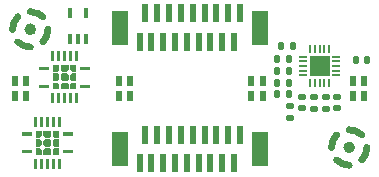
<source format=gbr>
%TF.GenerationSoftware,KiCad,Pcbnew,6.0.8-f2edbf62ab~116~ubuntu22.04.1*%
%TF.CreationDate,2022-11-01T10:45:10+00:00*%
%TF.ProjectId,cleverhand_emg,636c6576-6572-4686-916e-645f656d672e,3.0*%
%TF.SameCoordinates,Original*%
%TF.FileFunction,Paste,Top*%
%TF.FilePolarity,Positive*%
%FSLAX46Y46*%
G04 Gerber Fmt 4.6, Leading zero omitted, Abs format (unit mm)*
G04 Created by KiCad (PCBNEW 6.0.8-f2edbf62ab~116~ubuntu22.04.1) date 2022-11-01 10:45:10*
%MOMM*%
%LPD*%
G01*
G04 APERTURE LIST*
G04 Aperture macros list*
%AMRoundRect*
0 Rectangle with rounded corners*
0 $1 Rounding radius*
0 $2 $3 $4 $5 $6 $7 $8 $9 X,Y pos of 4 corners*
0 Add a 4 corners polygon primitive as box body*
4,1,4,$2,$3,$4,$5,$6,$7,$8,$9,$2,$3,0*
0 Add four circle primitives for the rounded corners*
1,1,$1+$1,$2,$3*
1,1,$1+$1,$4,$5*
1,1,$1+$1,$6,$7*
1,1,$1+$1,$8,$9*
0 Add four rect primitives between the rounded corners*
20,1,$1+$1,$2,$3,$4,$5,0*
20,1,$1+$1,$4,$5,$6,$7,0*
20,1,$1+$1,$6,$7,$8,$9,0*
20,1,$1+$1,$8,$9,$2,$3,0*%
G04 Aperture macros list end*
%ADD10C,0.500000*%
%ADD11C,0.600000*%
%ADD12C,0.100000*%
%ADD13R,0.508000X0.863600*%
%ADD14RoundRect,0.140000X-0.140000X-0.170000X0.140000X-0.170000X0.140000X0.170000X-0.140000X0.170000X0*%
%ADD15RoundRect,0.140000X0.170000X-0.140000X0.170000X0.140000X-0.170000X0.140000X-0.170000X-0.140000X0*%
%ADD16RoundRect,0.135000X-0.185000X0.135000X-0.185000X-0.135000X0.185000X-0.135000X0.185000X0.135000X0*%
%ADD17R,0.304800X0.845299*%
%ADD18R,1.803400X1.803400*%
%ADD19R,0.204000X0.757199*%
%ADD20R,0.757199X0.204000*%
%ADD21R,1.397000X2.895600*%
%ADD22R,0.508000X1.600200*%
%ADD23RoundRect,0.140000X-0.170000X0.140000X-0.170000X-0.140000X0.170000X-0.140000X0.170000X0.140000X0*%
%ADD24RoundRect,0.135000X0.135000X0.185000X-0.135000X0.185000X-0.135000X-0.185000X0.135000X-0.185000X0*%
G04 APERTURE END LIST*
D10*
X144250080Y-95999792D02*
G75*
G03*
X144250080Y-95999792I-250000J0D01*
G01*
X171250000Y-106000000D02*
G75*
G03*
X171250000Y-106000000I-250000J0D01*
G01*
D11*
X142939440Y-97060496D02*
G75*
G03*
X144000040Y-97499896I1060704J1060560D01*
G01*
X142939440Y-94939296D02*
G75*
G03*
X142500040Y-95999896I1060560J-1060704D01*
G01*
X145060640Y-97060496D02*
G75*
G03*
X145500040Y-95999896I-1060560J1060704D01*
G01*
X145060640Y-94939296D02*
G75*
G03*
X144000040Y-94499896I-1060704J-1060560D01*
G01*
X169939440Y-107060496D02*
G75*
G03*
X171000040Y-107499896I1060704J1060560D01*
G01*
X169939440Y-104939296D02*
G75*
G03*
X169500040Y-105999896I1060560J-1060704D01*
G01*
X172060640Y-107060496D02*
G75*
G03*
X172500040Y-105999896I-1060560J1060704D01*
G01*
X172060640Y-104939296D02*
G75*
G03*
X171000040Y-104499896I-1060704J-1060560D01*
G01*
%TO.C,U2*%
G36*
X146366300Y-99857721D02*
G01*
X146366300Y-100162279D01*
X146224879Y-100303700D01*
X145909930Y-100303700D01*
X145909930Y-99716300D01*
X146224879Y-99716300D01*
X146366300Y-99857721D01*
G37*
D12*
X146366300Y-99857721D02*
X146366300Y-100162279D01*
X146224879Y-100303700D01*
X145909930Y-100303700D01*
X145909930Y-99716300D01*
X146224879Y-99716300D01*
X146366300Y-99857721D01*
G36*
X146949154Y-98615141D02*
G01*
X146770846Y-98615141D01*
X146770846Y-97866857D01*
X146949154Y-97866857D01*
X146949154Y-98615141D01*
G37*
X146949154Y-98615141D02*
X146770846Y-98615141D01*
X146770846Y-97866857D01*
X146949154Y-97866857D01*
X146949154Y-98615141D01*
G36*
X145949153Y-102153143D02*
G01*
X145770845Y-102153143D01*
X145770845Y-101404859D01*
X145949153Y-101404859D01*
X145949153Y-102153143D01*
G37*
X145949153Y-102153143D02*
X145770845Y-102153143D01*
X145770845Y-101404859D01*
X145949153Y-101404859D01*
X145949153Y-102153143D01*
G36*
X147949155Y-98615141D02*
G01*
X147770847Y-98615141D01*
X147770847Y-97866857D01*
X147949155Y-97866857D01*
X147949155Y-98615141D01*
G37*
X147949155Y-98615141D02*
X147770847Y-98615141D01*
X147770847Y-97866857D01*
X147949155Y-97866857D01*
X147949155Y-98615141D01*
G36*
X148965142Y-99349153D02*
G01*
X148216858Y-99349153D01*
X148216858Y-99170845D01*
X148965142Y-99170845D01*
X148965142Y-99349153D01*
G37*
X148965142Y-99349153D02*
X148216858Y-99349153D01*
X148216858Y-99170845D01*
X148965142Y-99170845D01*
X148965142Y-99349153D01*
G36*
X147949155Y-102153143D02*
G01*
X147770847Y-102153143D01*
X147770847Y-101404859D01*
X147949155Y-101404859D01*
X147949155Y-102153143D01*
G37*
X147949155Y-102153143D02*
X147770847Y-102153143D01*
X147770847Y-101404859D01*
X147949155Y-101404859D01*
X147949155Y-102153143D01*
G36*
X146366300Y-99374879D02*
G01*
X146224879Y-99516300D01*
X145909930Y-99516300D01*
X145909930Y-99059930D01*
X146366300Y-99059930D01*
X146366300Y-99374879D01*
G37*
X146366300Y-99374879D02*
X146224879Y-99516300D01*
X145909930Y-99516300D01*
X145909930Y-99059930D01*
X146366300Y-99059930D01*
X146366300Y-99374879D01*
G36*
X146449155Y-102153143D02*
G01*
X146270847Y-102153143D01*
X146270847Y-101404859D01*
X146449155Y-101404859D01*
X146449155Y-102153143D01*
G37*
X146449155Y-102153143D02*
X146270847Y-102153143D01*
X146270847Y-101404859D01*
X146449155Y-101404859D01*
X146449155Y-102153143D01*
G36*
X145503142Y-99349153D02*
G01*
X144754858Y-99349153D01*
X144754858Y-99170845D01*
X145503142Y-99170845D01*
X145503142Y-99349153D01*
G37*
X145503142Y-99349153D02*
X144754858Y-99349153D01*
X144754858Y-99170845D01*
X145503142Y-99170845D01*
X145503142Y-99349153D01*
G36*
X147810070Y-100960070D02*
G01*
X147353700Y-100960070D01*
X147353700Y-100645121D01*
X147495121Y-100503700D01*
X147810070Y-100503700D01*
X147810070Y-100960070D01*
G37*
X147810070Y-100960070D02*
X147353700Y-100960070D01*
X147353700Y-100645121D01*
X147495121Y-100503700D01*
X147810070Y-100503700D01*
X147810070Y-100960070D01*
G36*
X145503142Y-100849155D02*
G01*
X144754858Y-100849155D01*
X144754858Y-100670847D01*
X145503142Y-100670847D01*
X145503142Y-100849155D01*
G37*
X145503142Y-100849155D02*
X144754858Y-100849155D01*
X144754858Y-100670847D01*
X145503142Y-100670847D01*
X145503142Y-100849155D01*
G36*
X147153700Y-99374879D02*
G01*
X147012279Y-99516300D01*
X146707721Y-99516300D01*
X146566300Y-99374879D01*
X146566300Y-99059930D01*
X147153700Y-99059930D01*
X147153700Y-99374879D01*
G37*
X147153700Y-99374879D02*
X147012279Y-99516300D01*
X146707721Y-99516300D01*
X146566300Y-99374879D01*
X146566300Y-99059930D01*
X147153700Y-99059930D01*
X147153700Y-99374879D01*
G36*
X145949153Y-98615141D02*
G01*
X145770845Y-98615141D01*
X145770845Y-97866857D01*
X145949153Y-97866857D01*
X145949153Y-98615141D01*
G37*
X145949153Y-98615141D02*
X145770845Y-98615141D01*
X145770845Y-97866857D01*
X145949153Y-97866857D01*
X145949153Y-98615141D01*
G36*
X147449153Y-102153143D02*
G01*
X147270845Y-102153143D01*
X147270845Y-101404859D01*
X147449153Y-101404859D01*
X147449153Y-102153143D01*
G37*
X147449153Y-102153143D02*
X147270845Y-102153143D01*
X147270845Y-101404859D01*
X147449153Y-101404859D01*
X147449153Y-102153143D01*
G36*
X146949154Y-102153143D02*
G01*
X146770846Y-102153143D01*
X146770846Y-101404859D01*
X146949154Y-101404859D01*
X146949154Y-102153143D01*
G37*
X146949154Y-102153143D02*
X146770846Y-102153143D01*
X146770846Y-101404859D01*
X146949154Y-101404859D01*
X146949154Y-102153143D01*
G36*
X147153700Y-100645121D02*
G01*
X147153700Y-100960070D01*
X146566300Y-100960070D01*
X146566300Y-100645121D01*
X146707721Y-100503700D01*
X147012279Y-100503700D01*
X147153700Y-100645121D01*
G37*
X147153700Y-100645121D02*
X147153700Y-100960070D01*
X146566300Y-100960070D01*
X146566300Y-100645121D01*
X146707721Y-100503700D01*
X147012279Y-100503700D01*
X147153700Y-100645121D01*
G36*
X147153700Y-99857721D02*
G01*
X147153700Y-100162279D01*
X147012279Y-100303700D01*
X146707721Y-100303700D01*
X146566300Y-100162279D01*
X146566300Y-99857721D01*
X146707721Y-99716300D01*
X147012279Y-99716300D01*
X147153700Y-99857721D01*
G37*
X147153700Y-99857721D02*
X147153700Y-100162279D01*
X147012279Y-100303700D01*
X146707721Y-100303700D01*
X146566300Y-100162279D01*
X146566300Y-99857721D01*
X146707721Y-99716300D01*
X147012279Y-99716300D01*
X147153700Y-99857721D01*
G36*
X147810070Y-100303700D02*
G01*
X147495121Y-100303700D01*
X147353700Y-100162279D01*
X147353700Y-99857721D01*
X147495121Y-99716300D01*
X147810070Y-99716300D01*
X147810070Y-100303700D01*
G37*
X147810070Y-100303700D02*
X147495121Y-100303700D01*
X147353700Y-100162279D01*
X147353700Y-99857721D01*
X147495121Y-99716300D01*
X147810070Y-99716300D01*
X147810070Y-100303700D01*
G36*
X147810070Y-99516300D02*
G01*
X147495121Y-99516300D01*
X147353700Y-99374879D01*
X147353700Y-99059930D01*
X147810070Y-99059930D01*
X147810070Y-99516300D01*
G37*
X147810070Y-99516300D02*
X147495121Y-99516300D01*
X147353700Y-99374879D01*
X147353700Y-99059930D01*
X147810070Y-99059930D01*
X147810070Y-99516300D01*
G36*
X146449155Y-98615141D02*
G01*
X146270847Y-98615141D01*
X146270847Y-97866857D01*
X146449155Y-97866857D01*
X146449155Y-98615141D01*
G37*
X146449155Y-98615141D02*
X146270847Y-98615141D01*
X146270847Y-97866857D01*
X146449155Y-97866857D01*
X146449155Y-98615141D01*
G36*
X146366300Y-100645121D02*
G01*
X146366300Y-100960070D01*
X145909930Y-100960070D01*
X145909930Y-100503700D01*
X146224879Y-100503700D01*
X146366300Y-100645121D01*
G37*
X146366300Y-100645121D02*
X146366300Y-100960070D01*
X145909930Y-100960070D01*
X145909930Y-100503700D01*
X146224879Y-100503700D01*
X146366300Y-100645121D01*
G36*
X148965142Y-100849155D02*
G01*
X148216858Y-100849155D01*
X148216858Y-100670847D01*
X148965142Y-100670847D01*
X148965142Y-100849155D01*
G37*
X148965142Y-100849155D02*
X148216858Y-100849155D01*
X148216858Y-100670847D01*
X148965142Y-100670847D01*
X148965142Y-100849155D01*
G36*
X147449153Y-98615141D02*
G01*
X147270845Y-98615141D01*
X147270845Y-97866857D01*
X147449153Y-97866857D01*
X147449153Y-98615141D01*
G37*
X147449153Y-98615141D02*
X147270845Y-98615141D01*
X147270845Y-97866857D01*
X147449153Y-97866857D01*
X147449153Y-98615141D01*
%TO.C,U4*%
G36*
X146350071Y-105862701D02*
G01*
X146035122Y-105862701D01*
X145893701Y-105721280D01*
X145893701Y-105416722D01*
X146035122Y-105275301D01*
X146350071Y-105275301D01*
X146350071Y-105862701D01*
G37*
X146350071Y-105862701D02*
X146035122Y-105862701D01*
X145893701Y-105721280D01*
X145893701Y-105416722D01*
X146035122Y-105275301D01*
X146350071Y-105275301D01*
X146350071Y-105862701D01*
G36*
X145989154Y-104174142D02*
G01*
X145810846Y-104174142D01*
X145810846Y-103425858D01*
X145989154Y-103425858D01*
X145989154Y-104174142D01*
G37*
X145989154Y-104174142D02*
X145810846Y-104174142D01*
X145810846Y-103425858D01*
X145989154Y-103425858D01*
X145989154Y-104174142D01*
G36*
X147505143Y-106408156D02*
G01*
X146756859Y-106408156D01*
X146756859Y-106229848D01*
X147505143Y-106229848D01*
X147505143Y-106408156D01*
G37*
X147505143Y-106408156D02*
X146756859Y-106408156D01*
X146756859Y-106229848D01*
X147505143Y-106229848D01*
X147505143Y-106408156D01*
G36*
X146489156Y-107712144D02*
G01*
X146310848Y-107712144D01*
X146310848Y-106963860D01*
X146489156Y-106963860D01*
X146489156Y-107712144D01*
G37*
X146489156Y-107712144D02*
X146310848Y-107712144D01*
X146310848Y-106963860D01*
X146489156Y-106963860D01*
X146489156Y-107712144D01*
G36*
X144989156Y-107712144D02*
G01*
X144810848Y-107712144D01*
X144810848Y-106963860D01*
X144989156Y-106963860D01*
X144989156Y-107712144D01*
G37*
X144989156Y-107712144D02*
X144810848Y-107712144D01*
X144810848Y-106963860D01*
X144989156Y-106963860D01*
X144989156Y-107712144D01*
G36*
X145489155Y-107712144D02*
G01*
X145310847Y-107712144D01*
X145310847Y-106963860D01*
X145489155Y-106963860D01*
X145489155Y-107712144D01*
G37*
X145489155Y-107712144D02*
X145310847Y-107712144D01*
X145310847Y-106963860D01*
X145489155Y-106963860D01*
X145489155Y-107712144D01*
G36*
X144043143Y-106408156D02*
G01*
X143294859Y-106408156D01*
X143294859Y-106229848D01*
X144043143Y-106229848D01*
X144043143Y-106408156D01*
G37*
X144043143Y-106408156D02*
X143294859Y-106408156D01*
X143294859Y-106229848D01*
X144043143Y-106229848D01*
X144043143Y-106408156D01*
G36*
X145693701Y-105416722D02*
G01*
X145693701Y-105721280D01*
X145552280Y-105862701D01*
X145247722Y-105862701D01*
X145106301Y-105721280D01*
X145106301Y-105416722D01*
X145247722Y-105275301D01*
X145552280Y-105275301D01*
X145693701Y-105416722D01*
G37*
X145693701Y-105416722D02*
X145693701Y-105721280D01*
X145552280Y-105862701D01*
X145247722Y-105862701D01*
X145106301Y-105721280D01*
X145106301Y-105416722D01*
X145247722Y-105275301D01*
X145552280Y-105275301D01*
X145693701Y-105416722D01*
G36*
X144989156Y-104174142D02*
G01*
X144810848Y-104174142D01*
X144810848Y-103425858D01*
X144989156Y-103425858D01*
X144989156Y-104174142D01*
G37*
X144989156Y-104174142D02*
X144810848Y-104174142D01*
X144810848Y-103425858D01*
X144989156Y-103425858D01*
X144989156Y-104174142D01*
G36*
X145989154Y-107712144D02*
G01*
X145810846Y-107712144D01*
X145810846Y-106963860D01*
X145989154Y-106963860D01*
X145989154Y-107712144D01*
G37*
X145989154Y-107712144D02*
X145810846Y-107712144D01*
X145810846Y-106963860D01*
X145989154Y-106963860D01*
X145989154Y-107712144D01*
G36*
X144906301Y-105416722D02*
G01*
X144906301Y-105721280D01*
X144764880Y-105862701D01*
X144449931Y-105862701D01*
X144449931Y-105275301D01*
X144764880Y-105275301D01*
X144906301Y-105416722D01*
G37*
X144906301Y-105416722D02*
X144906301Y-105721280D01*
X144764880Y-105862701D01*
X144449931Y-105862701D01*
X144449931Y-105275301D01*
X144764880Y-105275301D01*
X144906301Y-105416722D01*
G36*
X144906301Y-104933880D02*
G01*
X144764880Y-105075301D01*
X144449931Y-105075301D01*
X144449931Y-104618931D01*
X144906301Y-104618931D01*
X144906301Y-104933880D01*
G37*
X144906301Y-104933880D02*
X144764880Y-105075301D01*
X144449931Y-105075301D01*
X144449931Y-104618931D01*
X144906301Y-104618931D01*
X144906301Y-104933880D01*
G36*
X146350071Y-106519071D02*
G01*
X145893701Y-106519071D01*
X145893701Y-106204122D01*
X146035122Y-106062701D01*
X146350071Y-106062701D01*
X146350071Y-106519071D01*
G37*
X146350071Y-106519071D02*
X145893701Y-106519071D01*
X145893701Y-106204122D01*
X146035122Y-106062701D01*
X146350071Y-106062701D01*
X146350071Y-106519071D01*
G36*
X144489154Y-104174142D02*
G01*
X144310846Y-104174142D01*
X144310846Y-103425858D01*
X144489154Y-103425858D01*
X144489154Y-104174142D01*
G37*
X144489154Y-104174142D02*
X144310846Y-104174142D01*
X144310846Y-103425858D01*
X144489154Y-103425858D01*
X144489154Y-104174142D01*
G36*
X145489155Y-104174142D02*
G01*
X145310847Y-104174142D01*
X145310847Y-103425858D01*
X145489155Y-103425858D01*
X145489155Y-104174142D01*
G37*
X145489155Y-104174142D02*
X145310847Y-104174142D01*
X145310847Y-103425858D01*
X145489155Y-103425858D01*
X145489155Y-104174142D01*
G36*
X146489156Y-104174142D02*
G01*
X146310848Y-104174142D01*
X146310848Y-103425858D01*
X146489156Y-103425858D01*
X146489156Y-104174142D01*
G37*
X146489156Y-104174142D02*
X146310848Y-104174142D01*
X146310848Y-103425858D01*
X146489156Y-103425858D01*
X146489156Y-104174142D01*
G36*
X146350071Y-105075301D02*
G01*
X146035122Y-105075301D01*
X145893701Y-104933880D01*
X145893701Y-104618931D01*
X146350071Y-104618931D01*
X146350071Y-105075301D01*
G37*
X146350071Y-105075301D02*
X146035122Y-105075301D01*
X145893701Y-104933880D01*
X145893701Y-104618931D01*
X146350071Y-104618931D01*
X146350071Y-105075301D01*
G36*
X144043143Y-104908154D02*
G01*
X143294859Y-104908154D01*
X143294859Y-104729846D01*
X144043143Y-104729846D01*
X144043143Y-104908154D01*
G37*
X144043143Y-104908154D02*
X143294859Y-104908154D01*
X143294859Y-104729846D01*
X144043143Y-104729846D01*
X144043143Y-104908154D01*
G36*
X145693701Y-106204122D02*
G01*
X145693701Y-106519071D01*
X145106301Y-106519071D01*
X145106301Y-106204122D01*
X145247722Y-106062701D01*
X145552280Y-106062701D01*
X145693701Y-106204122D01*
G37*
X145693701Y-106204122D02*
X145693701Y-106519071D01*
X145106301Y-106519071D01*
X145106301Y-106204122D01*
X145247722Y-106062701D01*
X145552280Y-106062701D01*
X145693701Y-106204122D01*
G36*
X144906301Y-106204122D02*
G01*
X144906301Y-106519071D01*
X144449931Y-106519071D01*
X144449931Y-106062701D01*
X144764880Y-106062701D01*
X144906301Y-106204122D01*
G37*
X144906301Y-106204122D02*
X144906301Y-106519071D01*
X144449931Y-106519071D01*
X144449931Y-106062701D01*
X144764880Y-106062701D01*
X144906301Y-106204122D01*
G36*
X144489154Y-107712144D02*
G01*
X144310846Y-107712144D01*
X144310846Y-106963860D01*
X144489154Y-106963860D01*
X144489154Y-107712144D01*
G37*
X144489154Y-107712144D02*
X144310846Y-107712144D01*
X144310846Y-106963860D01*
X144489154Y-106963860D01*
X144489154Y-107712144D01*
G36*
X145693701Y-104933880D02*
G01*
X145552280Y-105075301D01*
X145247722Y-105075301D01*
X145106301Y-104933880D01*
X145106301Y-104618931D01*
X145693701Y-104618931D01*
X145693701Y-104933880D01*
G37*
X145693701Y-104933880D02*
X145552280Y-105075301D01*
X145247722Y-105075301D01*
X145106301Y-104933880D01*
X145106301Y-104618931D01*
X145693701Y-104618931D01*
X145693701Y-104933880D01*
G36*
X147505143Y-104908154D02*
G01*
X146756859Y-104908154D01*
X146756859Y-104729846D01*
X147505143Y-104729846D01*
X147505143Y-104908154D01*
G37*
X147505143Y-104908154D02*
X146756859Y-104908154D01*
X146756859Y-104729846D01*
X147505143Y-104729846D01*
X147505143Y-104908154D01*
%TD*%
D13*
%TO.C,D2*%
X151525000Y-100376999D03*
X152475000Y-100376999D03*
X152475000Y-101623001D03*
X151525000Y-101623001D03*
%TD*%
%TO.C,D1*%
X142725000Y-101623001D03*
X143675000Y-101623001D03*
X143675000Y-100376999D03*
X142725000Y-100376999D03*
%TD*%
D14*
%TO.C,C3*%
X172510000Y-98590000D03*
X171550000Y-98590000D03*
%TD*%
D15*
%TO.C,C2*%
X167000000Y-101720000D03*
X167000000Y-102680000D03*
%TD*%
D16*
%TO.C,R7*%
X169000000Y-102710000D03*
X169000000Y-101690000D03*
%TD*%
D17*
%TO.C,U5*%
X147390001Y-94608849D03*
X148689999Y-94608849D03*
X148689999Y-96851151D03*
X148040000Y-96851151D03*
X147390001Y-96851151D03*
%TD*%
D18*
%TO.C,U1*%
X168500000Y-99100000D03*
D19*
X169300001Y-100520000D03*
X168899999Y-100520000D03*
X168500000Y-100520000D03*
X168100001Y-100520000D03*
X167699999Y-100520000D03*
D20*
X167080000Y-99900001D03*
X167080000Y-99499999D03*
X167080000Y-99100000D03*
X167080000Y-98700001D03*
X167080000Y-98299999D03*
D19*
X167699999Y-97680000D03*
X168100001Y-97680000D03*
X168500000Y-97680000D03*
X168899999Y-97680000D03*
X169300001Y-97680000D03*
D20*
X169920000Y-98299999D03*
X169920000Y-98700001D03*
X169920000Y-99100000D03*
X169920000Y-99499999D03*
X169920000Y-99900001D03*
%TD*%
D21*
%TO.C,J2*%
X151556400Y-95850800D03*
X163443600Y-95850800D03*
D22*
X153250001Y-97070000D03*
X153750000Y-94657000D03*
X154250001Y-97070000D03*
X154750000Y-94657000D03*
X155249999Y-97070000D03*
X155750001Y-94657000D03*
X156250000Y-97070000D03*
X156750001Y-94657000D03*
X157250000Y-97070000D03*
X157749999Y-94657000D03*
X158250001Y-97070000D03*
X158750000Y-94657000D03*
X159249999Y-97070000D03*
X159750000Y-94657000D03*
X160249999Y-97070000D03*
X160750001Y-94657000D03*
X161250000Y-97070000D03*
X161749999Y-94657000D03*
%TD*%
D23*
%TO.C,C1*%
X170000000Y-102680000D03*
X170000000Y-101720000D03*
%TD*%
D24*
%TO.C,R2*%
X164890000Y-101500000D03*
X165910000Y-101500000D03*
%TD*%
D16*
%TO.C,R1*%
X166000000Y-103510000D03*
X166000000Y-102490000D03*
%TD*%
D24*
%TO.C,R3*%
X164890000Y-100500000D03*
X165910000Y-100500000D03*
%TD*%
D13*
%TO.C,D3*%
X162715000Y-100376999D03*
X163665000Y-100376999D03*
X163665000Y-101623001D03*
X162715000Y-101623001D03*
%TD*%
D16*
%TO.C,R8*%
X168000000Y-102710000D03*
X168000000Y-101690000D03*
%TD*%
D24*
%TO.C,R6*%
X165230000Y-97420000D03*
X166250000Y-97420000D03*
%TD*%
D21*
%TO.C,J1*%
X163443600Y-106149200D03*
X151556400Y-106149200D03*
D22*
X161749999Y-104930000D03*
X161250000Y-107343000D03*
X160749999Y-104930000D03*
X160250000Y-107343000D03*
X159750001Y-104930000D03*
X159249999Y-107343000D03*
X158750000Y-104930000D03*
X158249999Y-107343000D03*
X157750000Y-104930000D03*
X157250001Y-107343000D03*
X156749999Y-104930000D03*
X156250000Y-107343000D03*
X155750001Y-104930000D03*
X155250000Y-107343000D03*
X154750001Y-104930000D03*
X154249999Y-107343000D03*
X153750000Y-104930000D03*
X153250001Y-107343000D03*
%TD*%
D24*
%TO.C,R5*%
X164890000Y-98500000D03*
X165910000Y-98500000D03*
%TD*%
%TO.C,R4*%
X164890000Y-99500000D03*
X165910000Y-99500000D03*
%TD*%
D13*
%TO.C,D4*%
X171325000Y-100376999D03*
X172275000Y-100376999D03*
X172275000Y-101623001D03*
X171325000Y-101623001D03*
%TD*%
M02*

</source>
